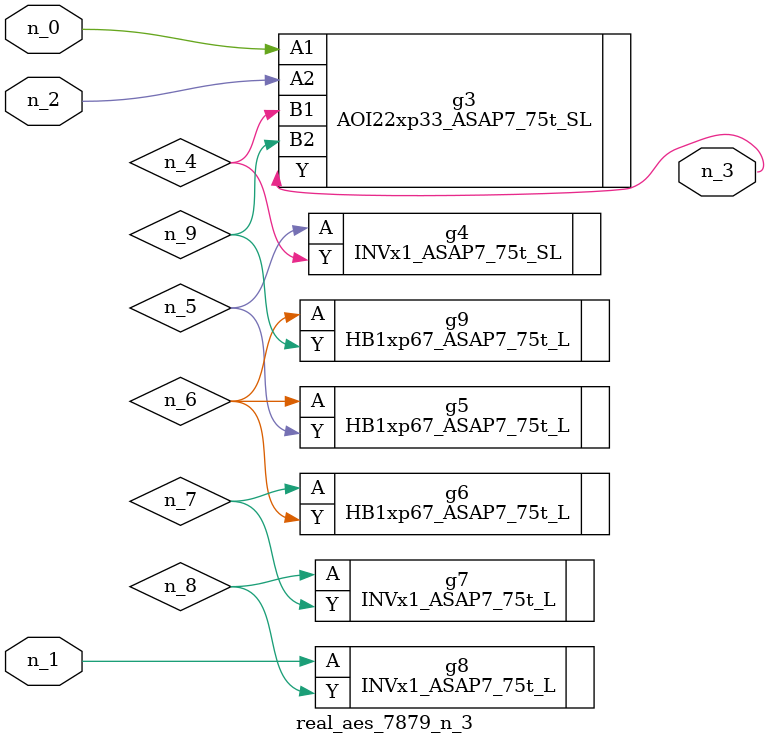
<source format=v>
module real_aes_7879_n_3 (n_0, n_2, n_1, n_3);
input n_0;
input n_2;
input n_1;
output n_3;
wire n_4;
wire n_5;
wire n_7;
wire n_9;
wire n_6;
wire n_8;
AOI22xp33_ASAP7_75t_SL g3 ( .A1(n_0), .A2(n_2), .B1(n_4), .B2(n_9), .Y(n_3) );
INVx1_ASAP7_75t_L g8 ( .A(n_1), .Y(n_8) );
INVx1_ASAP7_75t_SL g4 ( .A(n_5), .Y(n_4) );
HB1xp67_ASAP7_75t_L g5 ( .A(n_6), .Y(n_5) );
HB1xp67_ASAP7_75t_L g9 ( .A(n_6), .Y(n_9) );
HB1xp67_ASAP7_75t_L g6 ( .A(n_7), .Y(n_6) );
INVx1_ASAP7_75t_L g7 ( .A(n_8), .Y(n_7) );
endmodule
</source>
